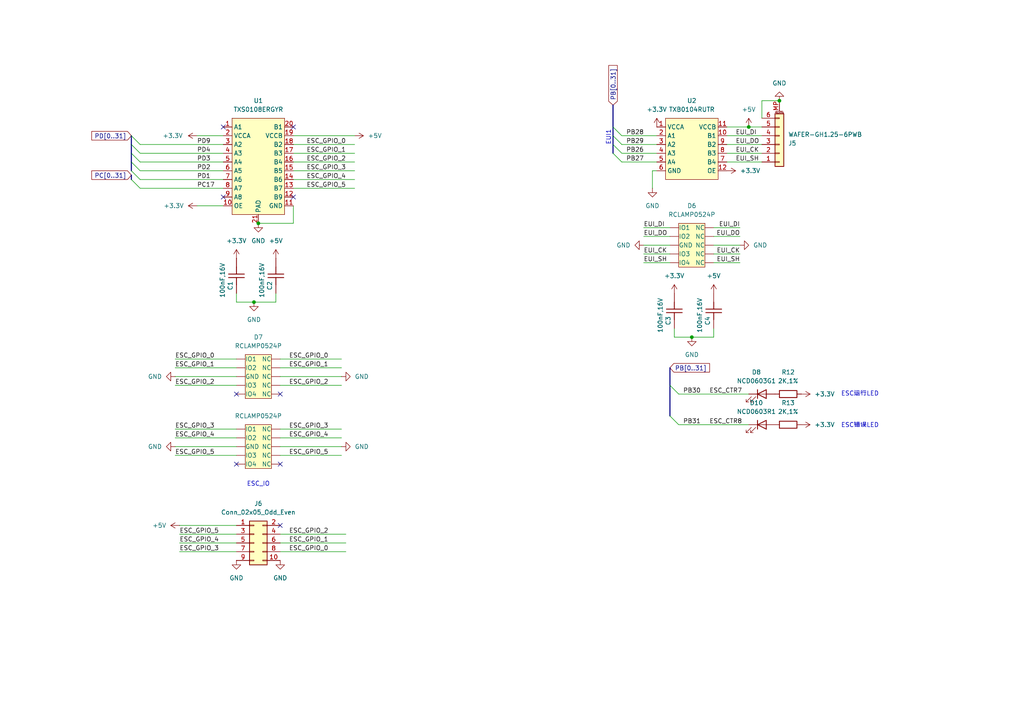
<source format=kicad_sch>
(kicad_sch (version 20250114) (generator "eeschema") (generator_version "9.0")
  (paper "A4")
  (lib_symbols
    (symbol "Connector_Generic:Conn_02x05_Odd_Even" (pin_names (offset 1.016) (hide yes))
      (property "Reference" "J" (at 1.27 7.62 0))
      (property "Value" "Conn_02x05_Odd_Even" (at 1.27 -7.62 0))
      (symbol "Conn_02x05_Odd_Even_1_1"
        (rectangle (start -1.27 6.35) (end 3.81 -6.35) (stroke (width 0.254)) (fill (type background)))
        (rectangle (start -1.27 5.207) (end 0 4.953) (stroke (width 0.1524)))
        (rectangle (start -1.27 2.667) (end 0 2.413) (stroke (width 0.1524)))
        (rectangle (start -1.27 0.127) (end 0 -0.127) (stroke (width 0.1524)))
        (rectangle (start -1.27 -2.413) (end 0 -2.667) (stroke (width 0.1524)))
        (rectangle (start -1.27 -4.953) (end 0 -5.207) (stroke (width 0.1524)))
        (rectangle (start 3.81 5.207) (end 2.54 4.953) (stroke (width 0.1524)))
        (rectangle (start 3.81 2.667) (end 2.54 2.413) (stroke (width 0.1524)))
        (rectangle (start 3.81 0.127) (end 2.54 -0.127) (stroke (width 0.1524)))
        (rectangle (start 3.81 -2.413) (end 2.54 -2.667) (stroke (width 0.1524)))
        (rectangle (start 3.81 -4.953) (end 2.54 -5.207) (stroke (width 0.1524)))
        (pin passive line (at -5.08 5.08 0) (length 3.81) (name "Pin_1") (number "1"))
        (pin passive line (at -5.08 2.54 0) (length 3.81) (name "Pin_3") (number "3"))
        (pin passive line (at -5.08 0 0) (length 3.81) (name "Pin_5") (number "5"))
        (pin passive line (at -5.08 -2.54 0) (length 3.81) (name "Pin_7") (number "7"))
        (pin passive line (at -5.08 -5.08 0) (length 3.81) (name "Pin_9") (number "9"))
        (pin passive line (at 7.62 5.08 180) (length 3.81) (name "Pin_2") (number "2"))
        (pin passive line (at 7.62 2.54 180) (length 3.81) (name "Pin_4") (number "4"))
        (pin passive line (at 7.62 0 180) (length 3.81) (name "Pin_6") (number "6"))
        (pin passive line (at 7.62 -2.54 180) (length 3.81) (name "Pin_8") (number "8"))
        (pin passive line (at 7.62 -5.08 180) (length 3.81) (name "Pin_10") (number "10"))
      )
    )
    (symbol "HPM6280Foc:0402WGF2001TCE" (pin_numbers (hide yes)) (pin_names (hide yes))
      (property "Reference" "R" (at -1.27 2.54 0))
      (property "Value" "2K,1%" (at 0 -2.54 0))
      (symbol "0402WGF2001TCE_0_1"
        (rectangle (start 2.54 -1.016) (end -2.54 1.016) (stroke (width 0.254)))
      )
      (symbol "0402WGF2001TCE_1_1"
        (pin passive line (at -3.81 0 0) (length 1.27) (name "~") (number "1"))
        (pin passive line (at 3.81 0 180) (length 1.27) (name "~") (number "2"))
      )
    )
    (symbol "HPM6280Foc:CC0402KRX7R7BB104"
      (property "Reference" "C" (at -1.27 2.54 0))
      (property "Value" "100nF,16V" (at 0 -3.81 0))
      (symbol "CC0402KRX7R7BB104_1_0"
        (polyline (pts (xy -0.508 2.286) (xy -0.508 -2.286)) (stroke (width 0.254)))
        (polyline (pts (xy -0.508 0) (xy -2.54 0)) (stroke (width 0.254)))
        (polyline (pts (xy 0.508 2.286) (xy 0.508 -2.286)) (stroke (width 0.254)))
        (polyline (pts (xy 0.508 0) (xy 2.54 0)) (stroke (width 0.254)))
        (pin passive line (at -5.08 0 0) (length 2.54) (name "2") (number "2"))
        (pin passive line (at 5.08 0 180) (length 2.54) (name "1") (number "1"))
      )
    )
    (symbol "HPM6280Foc:NCD0603G1" (pin_numbers (hide yes)) (pin_names (offset 1.016) (hide yes))
      (property "Reference" "D" (at 0 2.54 0))
      (property "Value" "NCD0603G1" (at 0 -2.54 0))
      (symbol "NCD0603G1_0_1"
        (polyline (pts (xy -3.048 -0.762) (xy -4.572 -2.286) (xy -3.81 -2.286) (xy -4.572 -2.286) (xy -4.572 -1.524)))
        (polyline (pts (xy -1.778 -0.762) (xy -3.302 -2.286) (xy -2.54 -2.286) (xy -3.302 -2.286) (xy -3.302 -1.524)))
        (polyline (pts (xy -1.27 0) (xy 1.27 0)))
        (polyline (pts (xy -1.27 -1.27) (xy -1.27 1.27)) (stroke (width 0.254)))
        (polyline (pts (xy 1.27 -1.27) (xy 1.27 1.27) (xy -1.27 0) (xy 1.27 -1.27)) (stroke (width 0.254)))
      )
      (symbol "NCD0603G1_1_1"
        (pin passive line (at -3.81 0 0) (length 2.54) (name "K") (number "1"))
        (pin passive line (at 3.81 0 180) (length 2.54) (name "A") (number "2"))
      )
    )
    (symbol "HPM6280Foc:NCD0603R1" (pin_numbers (hide yes)) (pin_names (offset 1.016) (hide yes))
      (property "Reference" "D" (at 0 2.54 0))
      (property "Value" "NCD0603R1" (at 0 -2.54 0))
      (symbol "NCD0603R1_0_1"
        (polyline (pts (xy -3.048 -0.762) (xy -4.572 -2.286) (xy -3.81 -2.286) (xy -4.572 -2.286) (xy -4.572 -1.524)))
        (polyline (pts (xy -1.778 -0.762) (xy -3.302 -2.286) (xy -2.54 -2.286) (xy -3.302 -2.286) (xy -3.302 -1.524)))
        (polyline (pts (xy -1.27 0) (xy 1.27 0)))
        (polyline (pts (xy -1.27 -1.27) (xy -1.27 1.27)) (stroke (width 0.254)))
        (polyline (pts (xy 1.27 -1.27) (xy 1.27 1.27) (xy -1.27 0) (xy 1.27 -1.27)) (stroke (width 0.254)))
      )
      (symbol "NCD0603R1_1_1"
        (pin passive line (at -3.81 0 0) (length 2.54) (name "K") (number "1"))
        (pin passive line (at 3.81 0 180) (length 2.54) (name "A") (number "2"))
      )
    )
    (symbol "HPM6280Foc:RCLAMP0524P" (pin_numbers (hide yes)) (pin_names (offset 0.002))
      (property "Reference" "D" (at 1.27 1.27 0))
      (property "Value" "RCLAMP0524P" (at 2.54 -13.97 0))
      (symbol "RCLAMP0524P_1_1"
        (rectangle (start 0 0) (end 7.62 -12.7) (fill (type background)))
        (pin input line (at -2.54 -1.27 0) (length 2.54) (name "IO1") (number "1"))
        (pin input line (at -2.54 -3.81 0) (length 2.54) (name "IO2") (number "2"))
        (pin input line (at -2.54 -6.35 0) (length 2.54) (name "GND") (number "3"))
        (pin input line (at -2.54 -8.89 0) (length 2.54) (name "IO3") (number "4"))
        (pin input line (at -2.54 -11.43 0) (length 2.54) (name "IO4") (number "5"))
        (pin input line (at 10.16 -1.27 180) (length 2.54) (name "NC") (number "10"))
        (pin input line (at 10.16 -3.81 180) (length 2.54) (name "NC") (number "9"))
        (pin input line (at 10.16 -6.35 180) (length 2.54) (name "NC") (number "8"))
        (pin input line (at 10.16 -8.89 180) (length 2.54) (name "NC") (number "7"))
        (pin input line (at 10.16 -11.43 180) (length 2.54) (name "NC") (number "6"))
      )
    )
    (symbol "HPM6280Foc:TXB0104RUTR"
      (property "Reference" "U" (at 0 0 0))
      (property "Value" "TXB0104RUTR" (at 0 0 0))
      (symbol "TXB0104RUTR_0_0"
        (pin power_in line (at -2.54 -2.54 0) (length 2.54) (name "VCCA") (number "1"))
        (pin bidirectional line (at -2.54 -5.08 0) (length 2.54) (name "A1") (number "2"))
        (pin bidirectional line (at -2.54 -7.62 0) (length 2.54) (name "A2") (number "3"))
        (pin bidirectional line (at -2.54 -10.16 0) (length 2.54) (name "A3") (number "4"))
        (pin bidirectional line (at -2.54 -12.7 0) (length 2.54) (name "A4") (number "5"))
        (pin power_in line (at -2.54 -15.24 0) (length 2.54) (name "GND") (number "6"))
        (pin power_in line (at 17.78 -2.54 180) (length 2.54) (name "VCCB") (number "11"))
        (pin bidirectional line (at 17.78 -5.08 180) (length 2.54) (name "B1") (number "10"))
        (pin bidirectional line (at 17.78 -7.62 180) (length 2.54) (name "B2") (number "9"))
        (pin bidirectional line (at 17.78 -10.16 180) (length 2.54) (name "B3") (number "8"))
        (pin bidirectional line (at 17.78 -12.7 180) (length 2.54) (name "B4") (number "7"))
        (pin input line (at 17.78 -15.24 180) (length 2.54) (name "OE") (number "12"))
      )
      (symbol "TXB0104RUTR_1_1"
        (rectangle (start 0 0) (end 15.24 -17.78) (fill (type background)))
      )
    )
    (symbol "HPM6280Foc:TXS0108ERGYR"
      (property "Reference" "U" (at 0 3.556 0))
      (property "Value" "TXS0108ERGYR" (at 0 0 0))
      (symbol "TXS0108ERGYR_0_0"
        (pin bidirectional line (at -2.54 -2.54 0) (length 2.54) (name "A1") (number "1"))
        (pin power_in line (at -2.54 -5.08 0) (length 2.54) (name "VCCA") (number "2"))
        (pin bidirectional line (at -2.54 -7.62 0) (length 2.54) (name "A2") (number "3"))
        (pin bidirectional line (at -2.54 -10.16 0) (length 2.54) (name "A3") (number "4"))
        (pin bidirectional line (at -2.54 -12.7 0) (length 2.54) (name "A4") (number "5"))
        (pin bidirectional line (at -2.54 -15.24 0) (length 2.54) (name "A5") (number "6"))
        (pin bidirectional line (at -2.54 -17.78 0) (length 2.54) (name "A6") (number "7"))
        (pin bidirectional line (at -2.54 -20.32 0) (length 2.54) (name "A7") (number "8"))
        (pin bidirectional line (at -2.54 -22.86 0) (length 2.54) (name "A8") (number "9"))
        (pin power_in line (at -2.54 -25.4 0) (length 2.54) (name "OE") (number "10"))
        (pin bidirectional line (at 17.78 -2.54 180) (length 2.54) (name "B1") (number "20"))
        (pin power_in line (at 17.78 -5.08 180) (length 2.54) (name "VCCB") (number "19"))
        (pin bidirectional line (at 17.78 -7.62 180) (length 2.54) (name "B2") (number "18"))
        (pin bidirectional line (at 17.78 -10.16 180) (length 2.54) (name "B3") (number "17"))
        (pin bidirectional line (at 17.78 -12.7 180) (length 2.54) (name "B4") (number "16"))
        (pin bidirectional line (at 17.78 -15.24 180) (length 2.54) (name "B5") (number "15"))
        (pin bidirectional line (at 17.78 -17.78 180) (length 2.54) (name "B6") (number "14"))
        (pin bidirectional line (at 17.78 -20.32 180) (length 2.54) (name "B7") (number "13"))
        (pin bidirectional line (at 17.78 -22.86 180) (length 2.54) (name "B9") (number "12"))
        (pin power_in line (at 17.78 -25.4 180) (length 2.54) (name "GND") (number "11"))
      )
      (symbol "TXS0108ERGYR_1_0"
        (pin unspecified line (at 7.62 -30.48 90) (length 2.54) (name "PAD") (number "21"))
      )
      (symbol "TXS0108ERGYR_1_1"
        (rectangle (start 0 0) (end 15.24 -27.94) (fill (type background)))
      )
    )
    (symbol "HPM6280Foc:WAFER-GH1.25-6PWB" (pin_names (hide yes))
      (property "Reference" "J" (at 0 7.874 0))
      (property "Value" "WAFER-GH1.25-6PWB" (at 0 0 0))
      (symbol "WAFER-GH1.25-6PWB_1_1"
        (rectangle (start -1.27 6.35) (end 1.27 -8.89) (stroke (width 0.254)) (fill (type background)))
        (rectangle (start -1.27 5.207) (end 0 4.953) (stroke (width 0.1524)))
        (rectangle (start -1.27 2.667) (end 0 2.413) (stroke (width 0.1524)))
        (rectangle (start -1.27 0.127) (end 0 -0.127) (stroke (width 0.1524)))
        (rectangle (start -1.27 -2.413) (end 0 -2.667) (stroke (width 0.1524)))
        (rectangle (start -1.27 -4.953) (end 0 -5.207) (stroke (width 0.1524)))
        (rectangle (start -1.27 -7.493) (end 0 -7.747) (stroke (width 0.1524)))
        (polyline (pts (xy -1.016 -9.652) (xy 1.016 -9.652)) (stroke (width 0.1524)))
        (text "Mounting" (at 0 -9.271 0) (effects (font (size 0.381 0.381))))
        (pin passive line (at -5.08 5.08 0) (length 3.81) (name "Pin_1") (number "1"))
        (pin passive line (at -5.08 2.54 0) (length 3.81) (name "Pin_2") (number "2"))
        (pin passive line (at -5.08 0 0) (length 3.81) (name "Pin_3") (number "3"))
        (pin passive line (at -5.08 -2.54 0) (length 3.81) (name "Pin_4") (number "4"))
        (pin passive line (at -5.08 -5.08 0) (length 3.81) (name "Pin_5") (number "5"))
        (pin passive line (at -5.08 -7.62 0) (length 3.81) (name "Pin_6") (number "6"))
        (pin passive line (at 0 -12.7 90) (length 3.048) (name "MountPin") (number "MP"))
      )
    )
    (symbol "power:+3.3V" (power) (pin_numbers (hide yes)) (pin_names (offset 0) (hide yes))
      (property "Value" "+3.3V" (at 0 3.556 0))
      (symbol "+3.3V_0_1"
        (polyline (pts (xy -0.762 1.27) (xy 0 2.54)))
        (polyline (pts (xy 0 2.54) (xy 0.762 1.27)))
        (polyline (pts (xy 0 0) (xy 0 2.54)))
      )
      (symbol "+3.3V_1_1"
        (pin power_in line (at 0 0 90) (length 0) (name "~") (number "1"))
      )
    )
    (symbol "power:+5V" (power) (pin_numbers (hide yes)) (pin_names (offset 0) (hide yes))
      (property "Value" "+5V" (at 0 3.556 0))
      (symbol "+5V_0_1"
        (polyline (pts (xy -0.762 1.27) (xy 0 2.54)))
        (polyline (pts (xy 0 2.54) (xy 0.762 1.27)))
        (polyline (pts (xy 0 0) (xy 0 2.54)))
      )
      (symbol "+5V_1_1"
        (pin power_in line (at 0 0 90) (length 0) (name "~") (number "1"))
      )
    )
    (symbol "power:GND" (power) (pin_numbers (hide yes)) (pin_names (offset 0) (hide yes))
      (property "Value" "GND" (at 0 -3.81 0))
      (symbol "GND_0_1"
        (polyline (pts (xy 0 0) (xy 0 -1.27) (xy 1.27 -1.27) (xy 0 -2.54) (xy -1.27 -1.27) (xy 0 -1.27)))
      )
      (symbol "GND_1_1"
        (pin power_in line (at 0 0 270) (length 0) (name "~") (number "1"))
      )
    )
  )
  (text "EUI1" (at 176.53 39.878 90) (effects (font (size 1.27 1.27))))
  (text "ESC错误LED" (at 249.428 123.444 0) (effects (font (size 1.27 1.27))))
  (text "ESC_IO" (at 74.93 140.462 0) (effects (font (size 1.27 1.27))))
  (text "ESC运行LED" (at 249.428 114.3 0) (effects (font (size 1.27 1.27))))
  (junction (at 200.66 97.79))
  (junction (at 217.17 36.83))
  (junction (at 74.93 64.77))
  (junction (at 226.06 29.21))
  (junction (at 73.66 87.63))
  (no_connect (at 81.28 152.4))
  (no_connect (at 81.28 114.3))
  (no_connect (at 81.28 134.62))
  (no_connect (at 64.77 57.15))
  (no_connect (at 85.09 57.15))
  (no_connect (at 85.09 36.83))
  (no_connect (at 64.77 36.83))
  (no_connect (at 68.58 114.3))
  (no_connect (at 68.58 134.62))
  (bus_entry (at 38.1 52.07) (size 2.54 2.54))
  (bus_entry (at 38.1 46.99) (size 2.54 2.54))
  (bus_entry (at 38.1 41.91) (size 2.54 2.54))
  (bus_entry (at 194.31 111.76) (size 2.54 2.54))
  (bus_entry (at 177.8 44.45) (size 2.54 2.54))
  (bus_entry (at 194.31 120.65) (size 2.54 2.54))
  (bus_entry (at 38.1 39.37) (size 2.54 2.54))
  (bus_entry (at 38.1 44.45) (size 2.54 2.54))
  (bus_entry (at 177.8 41.91) (size 2.54 2.54))
  (bus_entry (at 38.1 49.53) (size 2.54 2.54))
  (bus_entry (at 177.8 39.37) (size 2.54 2.54))
  (bus_entry (at 177.8 36.83) (size 2.54 2.54))
  (wire (pts (xy 50.8 127) (xy 68.58 127)))
  (wire (pts (xy 102.87 46.99) (xy 85.09 46.99)))
  (wire (pts (xy 85.09 64.77) (xy 74.93 64.77)))
  (wire (pts (xy 210.82 39.37) (xy 220.98 39.37)))
  (wire (pts (xy 195.58 95.25) (xy 195.58 97.79)))
  (wire (pts (xy 186.69 71.12) (xy 194.31 71.12)))
  (wire (pts (xy 210.82 36.83) (xy 217.17 36.83)))
  (bus (pts (xy 194.31 106.68) (xy 194.31 111.76)))
  (wire (pts (xy 180.34 39.37) (xy 190.5 39.37)))
  (wire (pts (xy 186.69 66.04) (xy 194.31 66.04)))
  (wire (pts (xy 81.28 127) (xy 99.06 127)))
  (wire (pts (xy 50.8 109.22) (xy 68.58 109.22)))
  (wire (pts (xy 186.69 76.2) (xy 194.31 76.2)))
  (bus (pts (xy 194.31 111.76) (xy 194.31 120.65)))
  (wire (pts (xy 57.15 59.69) (xy 64.77 59.69)))
  (wire (pts (xy 186.69 73.66) (xy 194.31 73.66)))
  (wire (pts (xy 50.8 106.68) (xy 68.58 106.68)))
  (wire (pts (xy 210.82 44.45) (xy 220.98 44.45)))
  (wire (pts (xy 214.63 73.66) (xy 207.01 73.66)))
  (wire (pts (xy 50.8 129.54) (xy 68.58 129.54)))
  (wire (pts (xy 102.87 44.45) (xy 85.09 44.45)))
  (wire (pts (xy 190.5 49.53) (xy 189.23 49.53)))
  (wire (pts (xy 189.23 49.53) (xy 189.23 54.61)))
  (wire (pts (xy 195.58 97.79) (xy 200.66 97.79)))
  (wire (pts (xy 52.07 154.94) (xy 68.58 154.94)))
  (wire (pts (xy 40.64 52.07) (xy 64.77 52.07)))
  (wire (pts (xy 81.28 157.48) (xy 100.33 157.48)))
  (bus (pts (xy 177.8 41.91) (xy 177.8 44.45)))
  (wire (pts (xy 40.64 46.99) (xy 64.77 46.99)))
  (wire (pts (xy 68.58 87.63) (xy 73.66 87.63)))
  (wire (pts (xy 81.28 104.14) (xy 99.06 104.14)))
  (wire (pts (xy 102.87 41.91) (xy 85.09 41.91)))
  (wire (pts (xy 214.63 76.2) (xy 207.01 76.2)))
  (wire (pts (xy 81.28 124.46) (xy 99.06 124.46)))
  (wire (pts (xy 81.28 109.22) (xy 99.06 109.22)))
  (bus (pts (xy 177.8 30.48) (xy 177.8 36.83)))
  (wire (pts (xy 220.98 34.29) (xy 220.98 29.21)))
  (wire (pts (xy 40.64 54.61) (xy 64.77 54.61)))
  (wire (pts (xy 102.87 49.53) (xy 85.09 49.53)))
  (wire (pts (xy 180.34 41.91) (xy 190.5 41.91)))
  (wire (pts (xy 85.09 59.69) (xy 85.09 64.77)))
  (wire (pts (xy 196.85 123.19) (xy 217.17 123.19)))
  (wire (pts (xy 52.07 160.02) (xy 68.58 160.02)))
  (wire (pts (xy 207.01 97.79) (xy 207.01 95.25)))
  (wire (pts (xy 81.28 106.68) (xy 99.06 106.68)))
  (wire (pts (xy 81.28 132.08) (xy 99.06 132.08)))
  (wire (pts (xy 40.64 49.53) (xy 64.77 49.53)))
  (wire (pts (xy 40.64 44.45) (xy 64.77 44.45)))
  (wire (pts (xy 214.63 66.04) (xy 207.01 66.04)))
  (wire (pts (xy 40.64 41.91) (xy 64.77 41.91)))
  (wire (pts (xy 210.82 41.91) (xy 220.98 41.91)))
  (bus (pts (xy 177.8 36.83) (xy 177.8 39.37)))
  (bus (pts (xy 38.1 39.37) (xy 38.1 41.91)))
  (wire (pts (xy 81.28 160.02) (xy 100.33 160.02)))
  (wire (pts (xy 50.8 104.14) (xy 68.58 104.14)))
  (wire (pts (xy 102.87 52.07) (xy 85.09 52.07)))
  (wire (pts (xy 102.87 54.61) (xy 85.09 54.61)))
  (wire (pts (xy 220.98 29.21) (xy 226.06 29.21)))
  (wire (pts (xy 81.28 129.54) (xy 99.06 129.54)))
  (wire (pts (xy 81.28 154.94) (xy 100.33 154.94)))
  (bus (pts (xy 38.1 41.91) (xy 38.1 44.45)))
  (bus (pts (xy 38.1 46.99) (xy 38.1 49.53)))
  (wire (pts (xy 217.17 36.83) (xy 220.98 36.83)))
  (wire (pts (xy 52.07 157.48) (xy 68.58 157.48)))
  (wire (pts (xy 196.85 114.3) (xy 217.17 114.3)))
  (wire (pts (xy 214.63 71.12) (xy 207.01 71.12)))
  (wire (pts (xy 210.82 46.99) (xy 220.98 46.99)))
  (wire (pts (xy 50.8 132.08) (xy 68.58 132.08)))
  (wire (pts (xy 214.63 68.58) (xy 207.01 68.58)))
  (wire (pts (xy 81.28 111.76) (xy 99.06 111.76)))
  (wire (pts (xy 186.69 68.58) (xy 194.31 68.58)))
  (wire (pts (xy 73.66 87.63) (xy 80.01 87.63)))
  (wire (pts (xy 50.8 111.76) (xy 68.58 111.76)))
  (bus (pts (xy 177.8 39.37) (xy 177.8 41.91)))
  (bus (pts (xy 38.1 44.45) (xy 38.1 46.99)))
  (wire (pts (xy 68.58 85.09) (xy 68.58 87.63)))
  (wire (pts (xy 200.66 97.79) (xy 207.01 97.79)))
  (wire (pts (xy 180.34 46.99) (xy 190.5 46.99)))
  (wire (pts (xy 80.01 87.63) (xy 80.01 85.09)))
  (wire (pts (xy 85.09 39.37) (xy 102.87 39.37)))
  (wire (pts (xy 57.15 39.37) (xy 64.77 39.37)))
  (wire (pts (xy 52.07 152.4) (xy 68.58 152.4)))
  (wire (pts (xy 180.34 44.45) (xy 190.5 44.45)))
  (wire (pts (xy 50.8 124.46) (xy 68.58 124.46)))
  (bus (pts (xy 38.1 50.8) (xy 38.1 52.07)))
  (label "ESC_GPIO_3" (at 50.8 124.46 0))
  (label "ESC_GPIO_5" (at 83.82 132.08 0))
  (label "PD4" (at 57.15 44.45 0))
  (label "ESC_GPIO_1" (at 88.9 44.45 0))
  (label "PD2" (at 57.15 49.53 0))
  (label "ESC_GPIO_4" (at 88.9 52.07 0))
  (label "ESC_CTR8" (at 205.74 123.19 0))
  (label "ESC_GPIO_1" (at 83.82 157.48 0))
  (label "PD9" (at 57.15 41.91 0))
  (label "PB26" (at 181.61 44.45 0))
  (label "ESC_GPIO_5" (at 50.8 132.08 0))
  (label "EUI_DO" (at 213.36 41.91 0))
  (label "ESC_GPIO_0" (at 83.82 104.14 0))
  (label "PB27" (at 181.61 46.99 0))
  (label "PC17" (at 57.15 54.61 0))
  (label "PB30" (at 198.12 114.3 0))
  (label "ESC_GPIO_5" (at 52.07 154.94 0))
  (label "EUI_DI" (at 213.36 39.37 0))
  (label "EUI_DO" (at 186.69 68.58 0))
  (label "EUI_DO" (at 214.63 68.58 180))
  (label "PD3" (at 57.15 46.99 0))
  (label "EUI_SH" (at 213.36 46.99 0))
  (label "ESC_GPIO_4" (at 52.07 157.48 0))
  (label "ESC_GPIO_1" (at 50.8 106.68 0))
  (label "ESC_GPIO_1" (at 83.82 106.68 0))
  (label "EUI_CK" (at 214.63 73.66 180))
  (label "EUI_DI" (at 186.69 66.04 0))
  (label "ESC_GPIO_2" (at 83.82 154.94 0))
  (label "PD1" (at 57.15 52.07 0))
  (label "ESC_GPIO_2" (at 50.8 111.76 0))
  (label "EUI_CK" (at 186.69 73.66 0))
  (label "ESC_GPIO_3" (at 83.82 124.46 0))
  (label "ESC_GPIO_4" (at 83.82 127 0))
  (label "EUI_DI" (at 214.63 66.04 180))
  (label "EUI_SH" (at 186.69 76.2 0))
  (label "PB29" (at 181.61 41.91 0))
  (label "EUI_SH" (at 214.63 76.2 180))
  (label "ESC_GPIO_3" (at 52.07 160.02 0))
  (label "ESC_GPIO_0" (at 50.8 104.14 0))
  (label "ESC_GPIO_4" (at 50.8 127 0))
  (label "ESC_GPIO_3" (at 88.9 49.53 0))
  (label "ESC_GPIO_0" (at 83.82 160.02 0))
  (label "ESC_GPIO_0" (at 88.9 41.91 0))
  (label "ESC_GPIO_2" (at 88.9 46.99 0))
  (label "ESC_CTR7" (at 205.74 114.3 0))
  (label "PB28" (at 181.61 39.37 0))
  (label "ESC_GPIO_2" (at 83.82 111.76 0))
  (label "ESC_GPIO_5" (at 88.9 54.61 0))
  (label "EUI_CK" (at 213.36 44.45 0))
  (label "PB31" (at 198.12 123.19 0))
  (global_label "PB[0..31]" (shape input) (at 194.31 106.68 0) (property "Intersheetrefs" "${INTERSHEET_REFS}" (effects (hide yes))))
  (global_label "PB[0..31]" (shape input) (at 177.8 30.48 90) (property "Intersheetrefs" "${INTERSHEET_REFS}" (effects (hide yes))))
  (global_label "PC[0..31]" (shape input) (at 38.1 50.8 180) (property "Intersheetrefs" "${INTERSHEET_REFS}" (effects (hide yes))))
  (global_label "PD[0..31]" (shape input) (at 38.1 39.37 180) (property "Intersheetrefs" "${INTERSHEET_REFS}" (effects (hide yes))))
  (symbol (lib_id "HPM6280Foc:CC0402KRX7R7BB104") (at 80.01 80.01 90) (unit 1)
    (property "Reference" "C2" (at 78.232 81.534 0) (effects (justify right)))
    (property "Value" "100nF,16V" (at 75.946 76.2 0) (effects (justify right)))
    (property "Footprint" "Capacitor_SMD:C_0402_1005Metric" (effects (hide yes)))
    (property "制造商" "YAGEO(国巨)" (effects (hide yes)))
    (property "华秋编号" "G0042289" (effects (hide yes)))
    (property "立创编号" "C60474" (effects (hide yes)))
  )
  (symbol (lib_id "power:+3.3V") (at 57.15 59.69 90) (unit 1)
    (property "Reference" "#PWR027" (effects (hide yes)))
    (property "Value" "+3.3V" (at 53.34 59.6899 90) (effects (justify left)))
    (property "Description" "Power symbol creates a global label with name \"+3.3V\"" (effects (hide yes)))
  )
  (symbol (lib_id "power:+3.3V") (at 195.58 85.09 0) (unit 1)
    (property "Reference" "#PWR033" (effects (hide yes)))
    (property "Value" "+3.3V" (at 195.58 80.01 0))
    (property "Description" "Power symbol creates a global label with name \"+3.3V\"" (effects (hide yes)))
  )
  (symbol (lib_id "power:GND") (at 74.93 64.77 0) (unit 1)
    (property "Reference" "#PWR028" (effects (hide yes)))
    (property "Value" "GND" (at 74.93 69.85 0))
    (property "Description" "Power symbol creates a global label with name \"GND\" , ground" (effects (hide yes)))
  )
  (symbol (lib_id "HPM6280Foc:TXB0104RUTR") (at 193.04 34.29 0) (unit 1)
    (property "Reference" "U2" (at 200.66 29.21 0))
    (property "Value" "TXB0104RUTR" (at 200.66 31.75 0))
    (property "Footprint" "Library:UQFN-12_1.7x2_Pitch0.4mm" (effects (hide yes)))
    (property "Datasheet" "https://www.ti.com/cn/lit/ds/symlink/txb0104.pdf?ts=1750505672304&ref_url=https%253A%252F%252Fitem.szlcsc.com%252F" (effects (hide yes)))
    (property "Description" "100Mbps 4位双向电平转换器" (effects (hide yes)))
    (property "华秋编号" "G0084624" (effects (hide yes)))
    (property "立创编号" "C105266" (effects (hide yes)))
  )
  (symbol (lib_id "power:+3.3V") (at 68.58 74.93 0) (unit 1)
    (property "Reference" "#PWR031" (effects (hide yes)))
    (property "Value" "+3.3V" (at 68.58 69.85 0))
    (property "Description" "Power symbol creates a global label with name \"+3.3V\"" (effects (hide yes)))
  )
  (symbol (lib_id "power:GND") (at 214.63 71.12 90) (mirror x) (unit 1)
    (property "Reference" "#PWR030" (effects (hide yes)))
    (property "Value" "GND" (at 218.44 71.1199 90) (effects (justify right)))
    (property "Description" "Power symbol creates a global label with name \"GND\" , ground" (effects (hide yes)))
  )
  (symbol (lib_id "power:GND") (at 68.58 162.56 0) (unit 1)
    (property "Reference" "#PWR044" (effects (hide yes)))
    (property "Value" "GND" (at 68.58 167.64 0))
    (property "Description" "Power symbol creates a global label with name \"GND\" , ground" (effects (hide yes)))
  )
  (symbol (lib_id "power:+3.3V") (at 190.5 36.83 0) (unit 1)
    (property "Reference" "#PWR021" (effects (hide yes)))
    (property "Value" "+3.3V" (at 190.5 31.75 0))
    (property "Description" "Power symbol creates a global label with name \"+3.3V\"" (effects (hide yes)))
  )
  (symbol (lib_id "power:GND") (at 186.69 71.12 270) (unit 1)
    (property "Reference" "#PWR029" (effects (hide yes)))
    (property "Value" "GND" (at 182.88 71.1199 90) (effects (justify right)))
    (property "Description" "Power symbol creates a global label with name \"GND\" , ground" (effects (hide yes)))
  )
  (symbol (lib_id "HPM6280Foc:CC0402KRX7R7BB104") (at 195.58 90.17 90) (unit 1)
    (property "Reference" "C3" (at 193.802 91.694 0) (effects (justify right)))
    (property "Value" "100nF,16V" (at 191.516 86.36 0) (effects (justify right)))
    (property "Footprint" "Capacitor_SMD:C_0402_1005Metric" (effects (hide yes)))
    (property "制造商" "YAGEO(国巨)" (effects (hide yes)))
    (property "华秋编号" "G0042289" (effects (hide yes)))
    (property "立创编号" "C60474" (effects (hide yes)))
  )
  (symbol (lib_id "power:+3.3V") (at 232.41 123.19 270) (unit 1)
    (property "Reference" "#PWR040" (effects (hide yes)))
    (property "Value" "+3.3V" (at 236.22 123.1899 90) (effects (justify left)))
    (property "Description" "Power symbol creates a global label with name \"+3.3V\"" (effects (hide yes)))
  )
  (symbol (lib_id "HPM6280Foc:RCLAMP0524P") (at 196.85 64.77 0) (unit 1)
    (property "Reference" "D6" (at 200.66 59.69 0))
    (property "Value" "RCLAMP0524P" (at 200.66 62.23 0))
    (property "Footprint" "Package_DFN_QFN:Diodes_UDFN-10_1.0x2.5mm_P0.5mm" (effects (hide yes)))
    (property "Datasheet" "https://atta.szlcsc.com/upload/public/pdf/source/20210810/AE3DE9AC94AD2A317FD9BEA10653400F.pdf" (effects (hide yes)))
    (property "华秋编号" "G5050719" (effects (hide yes)))
    (property "立创编号" "C907837" (effects (hide yes)))
  )
  (symbol (lib_id "power:GND") (at 99.06 129.54 90) (unit 1)
    (property "Reference" "#PWR042" (effects (hide yes)))
    (property "Value" "GND" (at 102.87 129.5399 90) (effects (justify right)))
    (property "Description" "Power symbol creates a global label with name \"GND\" , ground" (effects (hide yes)))
  )
  (symbol (lib_id "power:GND") (at 73.66 87.63 0) (unit 1)
    (property "Reference" "#PWR035" (effects (hide yes)))
    (property "Value" "GND" (at 73.66 92.71 0))
    (property "Description" "Power symbol creates a global label with name \"GND\" , ground" (effects (hide yes)))
  )
  (symbol (lib_id "HPM6280Foc:0402WGF2001TCE") (at 228.6 114.3 0) (unit 1)
    (property "Reference" "R12" (at 228.6 107.95 0))
    (property "Value" "2K,1%" (at 228.6 110.49 0))
    (property "Footprint" "Resistor_SMD:R_0402_1005Metric" (effects (hide yes)))
    (property "华秋编号" "G0063279" (effects (hide yes)))
    (property "立创编号" "C4109" (effects (hide yes)))
    (property "制造商" "UNI-ROYAL(厚声)" (effects (hide yes)))
  )
  (symbol (lib_id "power:+5V") (at 80.01 74.93 0) (unit 1)
    (property "Reference" "#PWR032" (effects (hide yes)))
    (property "Value" "+5V" (at 80.01 69.85 0))
    (property "Description" "Power symbol creates a global label with name \"+5V\"" (effects (hide yes)))
  )
  (symbol (lib_id "power:+5V") (at 102.87 39.37 270) (unit 1)
    (property "Reference" "#PWR024" (effects (hide yes)))
    (property "Value" "+5V" (at 106.68 39.3699 90) (effects (justify left)))
    (property "Description" "Power symbol creates a global label with name \"+5V\"" (effects (hide yes)))
  )
  (symbol (lib_id "HPM6280Foc:0402WGF2001TCE") (at 228.6 123.19 0) (unit 1)
    (property "Reference" "R13" (at 228.6 116.84 0))
    (property "Value" "2K,1%" (at 228.6 119.38 0))
    (property "Footprint" "Resistor_SMD:R_0402_1005Metric" (effects (hide yes)))
    (property "华秋编号" "G0063279" (effects (hide yes)))
    (property "立创编号" "C4109" (effects (hide yes)))
    (property "制造商" "UNI-ROYAL(厚声)" (effects (hide yes)))
  )
  (symbol (lib_id "power:+3.3V") (at 232.41 114.3 270) (unit 1)
    (property "Reference" "#PWR039" (effects (hide yes)))
    (property "Value" "+3.3V" (at 236.22 114.2999 90) (effects (justify left)))
    (property "Description" "Power symbol creates a global label with name \"+3.3V\"" (effects (hide yes)))
  )
  (symbol (lib_id "HPM6280Foc:TXS0108ERGYR") (at 67.31 34.29 0) (unit 1)
    (property "Reference" "U1" (at 74.93 29.21 0))
    (property "Value" "TXS0108ERGYR" (at 74.93 31.75 0))
    (property "Footprint" "Package_DFN_QFN:Texas_RGY_R-PVQFN-N20_EP2.05x3.05mm" (effects (hide yes)))
    (property "Datasheet" "https://www.ti.com/cn/lit/ds/symlink/txs0108e.pdf?ts=1749349554034" (effects (hide yes)))
    (property "Description" "60Mbps 8位双向电平转换器" (effects (hide yes)))
    (property "华秋编号" "G2104666" (effects (hide yes)))
    (property "立创编号" "C90706" (effects (hide yes)))
  )
  (symbol (lib_id "HPM6280Foc:NCD0603G1") (at 220.98 114.3 0) (unit 1)
    (property "Reference" "D8" (at 219.3925 107.95 0))
    (property "Value" "NCD0603G1" (at 219.3925 110.49 0))
    (property "Footprint" "LED_SMD:LED_0603_1608Metric" (effects (hide yes)))
    (property "Datasheet" "https://item.szlcsc.com/datasheet/NCD0603G1/85436.html?spm=sc.it.xds.a___sc.cidn.xh6.zy.n&lcsc_vid=RFRfBVcDE1AKVwFQFlNZVFdVEVVeBlJXT1hWXgUERFUxVlNTR1lYXlBSQ1ZWVztW" (effects (hide yes)))
    (property "Description" "Light emitting diode 翠绿" (effects (hide yes)))
    (property "立创编号" "C84267" (effects (hide yes)))
  )
  (symbol (lib_id "power:GND") (at 81.28 162.56 0) (unit 1)
    (property "Reference" "#PWR045" (effects (hide yes)))
    (property "Value" "GND" (at 81.28 167.64 0))
    (property "Description" "Power symbol creates a global label with name \"GND\" , ground" (effects (hide yes)))
  )
  (symbol (lib_id "HPM6280Foc:NCD0603R1") (at 220.98 123.19 0) (unit 1)
    (property "Reference" "D10" (at 219.3925 116.84 0))
    (property "Value" "NCD0603R1" (at 219.3925 119.38 0))
    (property "Footprint" "LED_SMD:LED_0603_1608Metric" (effects (hide yes)))
    (property "Datasheet" "https://item.szlcsc.com/datasheet/NCD0603R1/85432.html?spm=sc.it.xds.a___sc.cidn.xh5.zy.n&lcsc_vid=RFRfBVcDE1AKVwFQFlNZVFdVEVVeBlJXT1hWXgUERFUxVlNTR1lYXlBSQ1ZWVztW" (effects (hide yes)))
    (property "Description" "Light emitting diode 红色" (effects (hide yes)))
    (property "立创编号" "C84263" (effects (hide yes)))
  )
  (symbol (lib_id "HPM6280Foc:WAFER-GH1.25-6PWB") (at 226.06 41.91 0) (mirror x) (unit 1)
    (property "Reference" "J5" (at 228.6 41.5545 0) (effects (justify left)))
    (property "Value" "WAFER-GH1.25-6PWB" (at 228.6 39.0145 0) (effects (justify left)))
    (property "Footprint" "Library:JST_GH_SM06B-GHS-TB_1x06-1MP_P1.25mm_Horizontal" (effects (hide yes)))
    (property "立创编号" "C3029381" (effects (hide yes)))
    (property "华秋编号" "G12025068" (effects (hide yes)))
  )
  (symbol (lib_id "power:GND") (at 99.06 109.22 90) (unit 1)
    (property "Reference" "#PWR038" (effects (hide yes)))
    (property "Value" "GND" (at 102.87 109.2199 90) (effects (justify right)))
    (property "Description" "Power symbol creates a global label with name \"GND\" , ground" (effects (hide yes)))
  )
  (symbol (lib_id "Connector_Generic:Conn_02x05_Odd_Even") (at 73.66 157.48 0) (unit 1)
    (property "Reference" "J6" (at 74.93 146.05 0))
    (property "Value" "Conn_02x05_Odd_Even" (at 74.93 148.59 0))
    (property "Footprint" "Library:IDC_SMD_P1.27mm_02x05" (effects (hide yes)))
    (property "Description" "Generic connector, double row, 02x05, odd/even pin numbering scheme (row 1 odd numbers, row 2 even numbers), script generated (kicad-library-utils/schlib/autogen/connector/)" (effects (hide yes)))
  )
  (symbol (lib_id "power:+5V") (at 217.17 36.83 0) (unit 1)
    (property "Reference" "#PWR022" (effects (hide yes)))
    (property "Value" "+5V" (at 217.17 31.75 0))
    (property "Description" "Power symbol creates a global label with name \"+5V\"" (effects (hide yes)))
  )
  (symbol (lib_id "HPM6280Foc:CC0402KRX7R7BB104") (at 68.58 80.01 90) (unit 1)
    (property "Reference" "C1" (at 66.802 81.534 0) (effects (justify right)))
    (property "Value" "100nF,16V" (at 64.516 76.2 0) (effects (justify right)))
    (property "Footprint" "Capacitor_SMD:C_0402_1005Metric" (effects (hide yes)))
    (property "制造商" "YAGEO(国巨)" (effects (hide yes)))
    (property "华秋编号" "G0042289" (effects (hide yes)))
    (property "立创编号" "C60474" (effects (hide yes)))
  )
  (symbol (lib_id "HPM6280Foc:RCLAMP0524P") (at 71.12 102.87 0) (unit 1)
    (property "Reference" "D7" (at 74.93 97.79 0))
    (property "Value" "RCLAMP0524P" (at 74.93 100.33 0))
    (property "Footprint" "Package_DFN_QFN:Diodes_UDFN-10_1.0x2.5mm_P0.5mm" (effects (hide yes)))
    (property "Datasheet" "https://atta.szlcsc.com/upload/public/pdf/source/20210810/AE3DE9AC94AD2A317FD9BEA10653400F.pdf" (effects (hide yes)))
    (property "华秋编号" "G5050719" (effects (hide yes)))
    (property "立创编号" "C907837" (effects (hide yes)))
  )
  (symbol (lib_id "HPM6280Foc:CC0402KRX7R7BB104") (at 207.01 90.17 90) (unit 1)
    (property "Reference" "C4" (at 205.232 91.694 0) (effects (justify right)))
    (property "Value" "100nF,16V" (at 202.946 86.36 0) (effects (justify right)))
    (property "Footprint" "Capacitor_SMD:C_0402_1005Metric" (effects (hide yes)))
    (property "制造商" "YAGEO(国巨)" (effects (hide yes)))
    (property "华秋编号" "G0042289" (effects (hide yes)))
    (property "立创编号" "C60474" (effects (hide yes)))
  )
  (symbol (lib_id "power:+5V") (at 207.01 85.09 0) (unit 1)
    (property "Reference" "#PWR034" (effects (hide yes)))
    (property "Value" "+5V" (at 207.01 80.01 0))
    (property "Description" "Power symbol creates a global label with name \"+5V\"" (effects (hide yes)))
  )
  (symbol (lib_id "power:GND") (at 200.66 97.79 0) (unit 1)
    (property "Reference" "#PWR036" (effects (hide yes)))
    (property "Value" "GND" (at 200.66 102.87 0))
    (property "Description" "Power symbol creates a global label with name \"GND\" , ground" (effects (hide yes)))
  )
  (symbol (lib_id "power:+5V") (at 52.07 152.4 90) (unit 1)
    (property "Reference" "#PWR043" (effects (hide yes)))
    (property "Value" "+5V" (at 48.26 152.3999 90) (effects (justify left)))
    (property "Description" "Power symbol creates a global label with name \"+5V\"" (effects (hide yes)))
  )
  (symbol (lib_id "power:GND") (at 50.8 109.22 270) (unit 1)
    (property "Reference" "#PWR037" (effects (hide yes)))
    (property "Value" "GND" (at 46.99 109.2199 90) (effects (justify right)))
    (property "Description" "Power symbol creates a global label with name \"GND\" , ground" (effects (hide yes)))
  )
  (symbol (lib_id "power:+3.3V") (at 57.15 39.37 90) (unit 1)
    (property "Reference" "#PWR023" (effects (hide yes)))
    (property "Value" "+3.3V" (at 53.0529 39.3699 90) (effects (justify left)))
    (property "Description" "Power symbol creates a global label with name \"+3.3V\"" (effects (hide yes)))
  )
  (symbol (lib_id "power:GND") (at 189.23 54.61 0) (unit 1)
    (property "Reference" "#PWR026" (effects (hide yes)))
    (property "Value" "GND" (at 189.23 59.69 0))
    (property "Description" "Power symbol creates a global label with name \"GND\" , ground" (effects (hide yes)))
  )
  (symbol (lib_id "power:GND") (at 50.8 129.54 270) (unit 1)
    (property "Reference" "#PWR041" (effects (hide yes)))
    (property "Value" "GND" (at 46.99 129.5399 90) (effects (justify right)))
    (property "Description" "Power symbol creates a global label with name \"GND\" , ground" (effects (hide yes)))
  )
  (symbol (lib_id "power:+3.3V") (at 210.82 49.53 270) (unit 1)
    (property "Reference" "#PWR025" (effects (hide yes)))
    (property "Value" "+3.3V" (at 214.63 49.5299 90) (effects (justify left)))
    (property "Description" "Power symbol creates a global label with name \"+3.3V\"" (effects (hide yes)))
  )
  (symbol (lib_id "power:GND") (at 226.06 29.21 0) (mirror x) (unit 1)
    (property "Reference" "#PWR020" (effects (hide yes)))
    (property "Value" "GND" (at 226.06 24.13 0))
    (property "Description" "Power symbol creates a global label with name \"GND\" , ground" (effects (hide yes)))
  )
  (symbol (lib_id "HPM6280Foc:RCLAMP0524P") (at 71.12 123.19 0) (unit 1)
    (property "Reference" "D9" (effects (hide yes)))
    (property "Value" "RCLAMP0524P" (at 74.93 120.65 0))
    (property "Footprint" "Package_DFN_QFN:Diodes_UDFN-10_1.0x2.5mm_P0.5mm" (effects (hide yes)))
    (property "Datasheet" "https://atta.szlcsc.com/upload/public/pdf/source/20210810/AE3DE9AC94AD2A317FD9BEA10653400F.pdf" (effects (hide yes)))
    (property "华秋编号" "G5050719" (effects (hide yes)))
    (property "立创编号" "C907837" (effects (hide yes)))
  )
)
</source>
